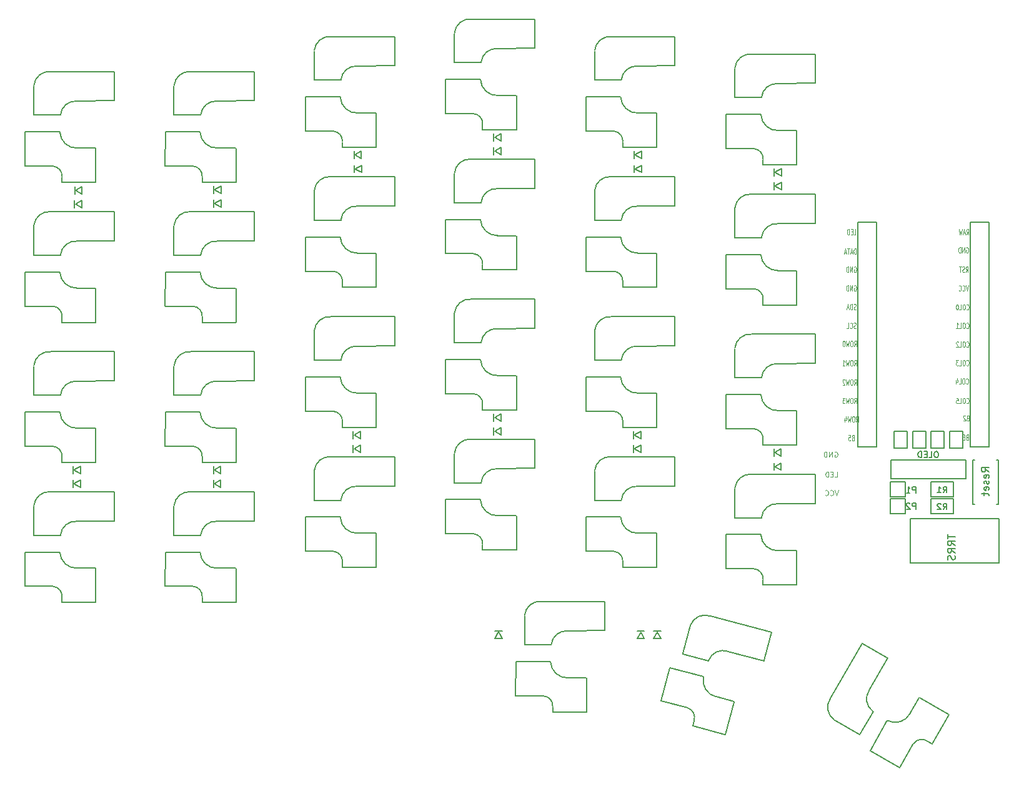
<source format=gbo>
G04 #@! TF.GenerationSoftware,KiCad,Pcbnew,(5.1.0)-1*
G04 #@! TF.CreationDate,2019-05-05T14:00:57-05:00*
G04 #@! TF.ProjectId,corne-chocolate,636f726e-652d-4636-986f-636f6c617465,2.1*
G04 #@! TF.SameCoordinates,Original*
G04 #@! TF.FileFunction,Legend,Bot*
G04 #@! TF.FilePolarity,Positive*
%FSLAX46Y46*%
G04 Gerber Fmt 4.6, Leading zero omitted, Abs format (unit mm)*
G04 Created by KiCad (PCBNEW (5.1.0)-1) date 2019-05-05 14:00:57*
%MOMM*%
%LPD*%
G04 APERTURE LIST*
%ADD10C,0.150000*%
%ADD11C,0.125000*%
G04 APERTURE END LIST*
D10*
X186280495Y-102854895D02*
X186125676Y-102854895D01*
X186048266Y-102893600D01*
X185970857Y-102971009D01*
X185932152Y-103125828D01*
X185932152Y-103396761D01*
X185970857Y-103551580D01*
X186048266Y-103628990D01*
X186125676Y-103667695D01*
X186280495Y-103667695D01*
X186357904Y-103628990D01*
X186435314Y-103551580D01*
X186474019Y-103396761D01*
X186474019Y-103125828D01*
X186435314Y-102971009D01*
X186357904Y-102893600D01*
X186280495Y-102854895D01*
X185196761Y-103667695D02*
X185583809Y-103667695D01*
X185583809Y-102854895D01*
X184925828Y-103241942D02*
X184654895Y-103241942D01*
X184538780Y-103667695D02*
X184925828Y-103667695D01*
X184925828Y-102854895D01*
X184538780Y-102854895D01*
X184190438Y-103667695D02*
X184190438Y-102854895D01*
X183996914Y-102854895D01*
X183880800Y-102893600D01*
X183803390Y-102971009D01*
X183764685Y-103048419D01*
X183725980Y-103203238D01*
X183725980Y-103319352D01*
X183764685Y-103474171D01*
X183803390Y-103551580D01*
X183880800Y-103628990D01*
X183996914Y-103667695D01*
X184190438Y-103667695D01*
D11*
X172450000Y-106316666D02*
X172783333Y-106316666D01*
X172783333Y-105616666D01*
X172216666Y-105950000D02*
X171983333Y-105950000D01*
X171883333Y-106316666D02*
X172216666Y-106316666D01*
X172216666Y-105616666D01*
X171883333Y-105616666D01*
X171583333Y-106316666D02*
X171583333Y-105616666D01*
X171416666Y-105616666D01*
X171316666Y-105650000D01*
X171250000Y-105716666D01*
X171216666Y-105783333D01*
X171183333Y-105916666D01*
X171183333Y-106016666D01*
X171216666Y-106150000D01*
X171250000Y-106216666D01*
X171316666Y-106283333D01*
X171416666Y-106316666D01*
X171583333Y-106316666D01*
X172933333Y-108116666D02*
X172700000Y-108816666D01*
X172466666Y-108116666D01*
X171833333Y-108750000D02*
X171866666Y-108783333D01*
X171966666Y-108816666D01*
X172033333Y-108816666D01*
X172133333Y-108783333D01*
X172200000Y-108716666D01*
X172233333Y-108650000D01*
X172266666Y-108516666D01*
X172266666Y-108416666D01*
X172233333Y-108283333D01*
X172200000Y-108216666D01*
X172133333Y-108150000D01*
X172033333Y-108116666D01*
X171966666Y-108116666D01*
X171866666Y-108150000D01*
X171833333Y-108183333D01*
X171133333Y-108750000D02*
X171166666Y-108783333D01*
X171266666Y-108816666D01*
X171333333Y-108816666D01*
X171433333Y-108783333D01*
X171500000Y-108716666D01*
X171533333Y-108650000D01*
X171566666Y-108516666D01*
X171566666Y-108416666D01*
X171533333Y-108283333D01*
X171500000Y-108216666D01*
X171433333Y-108150000D01*
X171333333Y-108116666D01*
X171266666Y-108116666D01*
X171166666Y-108150000D01*
X171133333Y-108183333D01*
X172433333Y-102950000D02*
X172500000Y-102916666D01*
X172600000Y-102916666D01*
X172700000Y-102950000D01*
X172766666Y-103016666D01*
X172800000Y-103083333D01*
X172833333Y-103216666D01*
X172833333Y-103316666D01*
X172800000Y-103450000D01*
X172766666Y-103516666D01*
X172700000Y-103583333D01*
X172600000Y-103616666D01*
X172533333Y-103616666D01*
X172433333Y-103583333D01*
X172400000Y-103550000D01*
X172400000Y-103316666D01*
X172533333Y-103316666D01*
X172100000Y-103616666D02*
X172100000Y-102916666D01*
X171700000Y-103616666D01*
X171700000Y-102916666D01*
X171366666Y-103616666D02*
X171366666Y-102916666D01*
X171200000Y-102916666D01*
X171100000Y-102950000D01*
X171033333Y-103016666D01*
X171000000Y-103083333D01*
X170966666Y-103216666D01*
X170966666Y-103316666D01*
X171000000Y-103450000D01*
X171033333Y-103516666D01*
X171100000Y-103583333D01*
X171200000Y-103616666D01*
X171366666Y-103616666D01*
D10*
X69538900Y-67411600D02*
X70438900Y-66911600D01*
X70438900Y-66911600D02*
X70438900Y-67911600D01*
X70438900Y-67911600D02*
X69538900Y-67411600D01*
X69438900Y-66911600D02*
X69438900Y-67911600D01*
X126346000Y-98247200D02*
X127246000Y-97747200D01*
X127246000Y-97747200D02*
X127246000Y-98747200D01*
X127246000Y-98747200D02*
X126346000Y-98247200D01*
X126246000Y-97747200D02*
X126246000Y-98747200D01*
X148363600Y-127350000D02*
X148863600Y-128250000D01*
X148863600Y-128250000D02*
X147863600Y-128250000D01*
X147863600Y-128250000D02*
X148363600Y-127350000D01*
X148863600Y-127250000D02*
X147863600Y-127250000D01*
X164344400Y-64973200D02*
X165244400Y-64473200D01*
X165244400Y-64473200D02*
X165244400Y-65473200D01*
X165244400Y-65473200D02*
X164344400Y-64973200D01*
X164244400Y-64473200D02*
X164244400Y-65473200D01*
X145345200Y-62636400D02*
X146245200Y-62136400D01*
X146245200Y-62136400D02*
X146245200Y-63136400D01*
X146245200Y-63136400D02*
X145345200Y-62636400D01*
X145245200Y-62136400D02*
X145245200Y-63136400D01*
X126346000Y-60248800D02*
X127246000Y-59748800D01*
X127246000Y-59748800D02*
X127246000Y-60748800D01*
X127246000Y-60748800D02*
X126346000Y-60248800D01*
X126246000Y-59748800D02*
X126246000Y-60748800D01*
X107397600Y-62636400D02*
X108297600Y-62136400D01*
X108297600Y-62136400D02*
X108297600Y-63136400D01*
X108297600Y-63136400D02*
X107397600Y-62636400D01*
X107297600Y-62136400D02*
X107297600Y-63136400D01*
X88373000Y-67360800D02*
X89273000Y-66860800D01*
X89273000Y-66860800D02*
X89273000Y-67860800D01*
X89273000Y-67860800D02*
X88373000Y-67360800D01*
X88273000Y-66860800D02*
X88273000Y-67860800D01*
X145345200Y-64516000D02*
X146245200Y-64016000D01*
X146245200Y-64016000D02*
X146245200Y-65016000D01*
X146245200Y-65016000D02*
X145345200Y-64516000D01*
X145245200Y-64016000D02*
X145245200Y-65016000D01*
X69526200Y-69265800D02*
X70426200Y-68765800D01*
X70426200Y-68765800D02*
X70426200Y-69765800D01*
X70426200Y-69765800D02*
X69526200Y-69265800D01*
X69426200Y-68765800D02*
X69426200Y-69765800D01*
X88373000Y-69227700D02*
X89273000Y-68727700D01*
X89273000Y-68727700D02*
X89273000Y-69727700D01*
X89273000Y-69727700D02*
X88373000Y-69227700D01*
X88273000Y-68727700D02*
X88273000Y-69727700D01*
X107400400Y-64516000D02*
X108300400Y-64016000D01*
X108300400Y-64016000D02*
X108300400Y-65016000D01*
X108300400Y-65016000D02*
X107400400Y-64516000D01*
X107300400Y-64016000D02*
X107300400Y-65016000D01*
X126346000Y-62128400D02*
X127246000Y-61628400D01*
X127246000Y-61628400D02*
X127246000Y-62628400D01*
X127246000Y-62628400D02*
X126346000Y-62128400D01*
X126246000Y-61628400D02*
X126246000Y-62628400D01*
X164344400Y-66852800D02*
X165244400Y-66352800D01*
X165244400Y-66352800D02*
X165244400Y-67352800D01*
X165244400Y-67352800D02*
X164344400Y-66852800D01*
X164244400Y-66352800D02*
X164244400Y-67352800D01*
X69345600Y-105359200D02*
X70245600Y-104859200D01*
X70245600Y-104859200D02*
X70245600Y-105859200D01*
X70245600Y-105859200D02*
X69345600Y-105359200D01*
X69245600Y-104859200D02*
X69245600Y-105859200D01*
X88347600Y-105359200D02*
X89247600Y-104859200D01*
X89247600Y-104859200D02*
X89247600Y-105859200D01*
X89247600Y-105859200D02*
X88347600Y-105359200D01*
X88247600Y-104859200D02*
X88247600Y-105859200D01*
X107296000Y-100634800D02*
X108196000Y-100134800D01*
X108196000Y-100134800D02*
X108196000Y-101134800D01*
X108196000Y-101134800D02*
X107296000Y-100634800D01*
X107196000Y-100134800D02*
X107196000Y-101134800D01*
X145294400Y-100634800D02*
X146194400Y-100134800D01*
X146194400Y-100134800D02*
X146194400Y-101134800D01*
X146194400Y-101134800D02*
X145294400Y-100634800D01*
X145194400Y-100134800D02*
X145194400Y-101134800D01*
X164293600Y-103022400D02*
X165193600Y-102522400D01*
X165193600Y-102522400D02*
X165193600Y-103522400D01*
X165193600Y-103522400D02*
X164293600Y-103022400D01*
X164193600Y-102522400D02*
X164193600Y-103522400D01*
X69348400Y-107238800D02*
X70248400Y-106738800D01*
X70248400Y-106738800D02*
X70248400Y-107738800D01*
X70248400Y-107738800D02*
X69348400Y-107238800D01*
X69248400Y-106738800D02*
X69248400Y-107738800D01*
X88347600Y-107238800D02*
X89247600Y-106738800D01*
X89247600Y-106738800D02*
X89247600Y-107738800D01*
X89247600Y-107738800D02*
X88347600Y-107238800D01*
X88247600Y-106738800D02*
X88247600Y-107738800D01*
X107296000Y-102514400D02*
X108196000Y-102014400D01*
X108196000Y-102014400D02*
X108196000Y-103014400D01*
X108196000Y-103014400D02*
X107296000Y-102514400D01*
X107196000Y-102014400D02*
X107196000Y-103014400D01*
X126346000Y-100126800D02*
X127246000Y-99626800D01*
X127246000Y-99626800D02*
X127246000Y-100626800D01*
X127246000Y-100626800D02*
X126346000Y-100126800D01*
X126246000Y-99626800D02*
X126246000Y-100626800D01*
X164293600Y-104902000D02*
X165193600Y-104402000D01*
X165193600Y-104402000D02*
X165193600Y-105402000D01*
X165193600Y-105402000D02*
X164293600Y-104902000D01*
X164193600Y-104402000D02*
X164193600Y-105402000D01*
X126898400Y-127308400D02*
X127398400Y-128208400D01*
X127398400Y-128208400D02*
X126398400Y-128208400D01*
X126398400Y-128208400D02*
X126898400Y-127308400D01*
X127398400Y-127208400D02*
X126398400Y-127208400D01*
X146151600Y-127350000D02*
X146651600Y-128250000D01*
X146651600Y-128250000D02*
X145651600Y-128250000D01*
X145651600Y-128250000D02*
X146151600Y-127350000D01*
X146651600Y-127250000D02*
X145651600Y-127250000D01*
X145294400Y-102514400D02*
X146194400Y-102014400D01*
X146194400Y-102014400D02*
X146194400Y-103014400D01*
X146194400Y-103014400D02*
X145294400Y-102514400D01*
X145194400Y-102014400D02*
X145194400Y-103014400D01*
X175840941Y-141270855D02*
X177645941Y-138144503D01*
X172416677Y-139293855D02*
X175833147Y-141266355D01*
X176174463Y-128877178D02*
X171861963Y-136346647D01*
X179558890Y-130831178D02*
X176174463Y-128877178D01*
X179598728Y-130854178D02*
X177113565Y-135250606D01*
X172361555Y-139249329D02*
G75*
G02X171861963Y-136346647I1201545J1701137D01*
G01*
X177627656Y-138128173D02*
G75*
G02X177129529Y-135230956I1199545J1697672D01*
G01*
X187927459Y-138578392D02*
X185652459Y-142518808D01*
X183900441Y-136253392D02*
X182625441Y-138461757D01*
X179570185Y-139353615D02*
X177220185Y-143423935D01*
X183134703Y-142479689D02*
X181247203Y-145748935D01*
X183934591Y-136244242D02*
X187918308Y-138544242D01*
X177241836Y-143436435D02*
X181213052Y-145758085D01*
X179594336Y-139361786D02*
G75*
G03X182658611Y-138394305I1048397J2015878D01*
G01*
X184978789Y-142135637D02*
G75*
G03X183139033Y-142482189I-746602J-1093154D01*
G01*
X185022091Y-142160638D02*
X185628308Y-142510638D01*
X139900000Y-71479000D02*
X143510000Y-71479000D01*
X139900000Y-67525000D02*
X139900000Y-71470000D01*
X150800000Y-65571000D02*
X142175000Y-65571000D01*
X150800000Y-69479000D02*
X150800000Y-65571000D01*
X150800000Y-69525000D02*
X145750000Y-69571000D01*
X139911000Y-67455000D02*
G75*
G02X142175000Y-65571000I2074000J-190000D01*
G01*
X143515000Y-71455000D02*
G75*
G02X145775000Y-69575000I2070000J-190000D01*
G01*
X148275000Y-80600000D02*
X143725000Y-80600000D01*
X148275000Y-75950000D02*
X145725000Y-75950000D01*
X143425000Y-73750000D02*
X138725000Y-73750000D01*
X142500000Y-78400000D02*
X138725000Y-78400000D01*
X148300000Y-75975000D02*
X148300000Y-80575000D01*
X138725000Y-73775000D02*
X138700000Y-78375000D01*
X143430000Y-73775000D02*
G75*
G03X145800000Y-75945000I2270000J100000D01*
G01*
X143720000Y-79825000D02*
G75*
G03X142500000Y-78405000I-1320000J100000D01*
G01*
X143720000Y-79875000D02*
X143720000Y-80575000D01*
X120900000Y-69104000D02*
X124510000Y-69104000D01*
X120900000Y-65150000D02*
X120900000Y-69095000D01*
X131800000Y-63196000D02*
X123175000Y-63196000D01*
X131800000Y-67104000D02*
X131800000Y-63196000D01*
X131800000Y-67150000D02*
X126750000Y-67196000D01*
X120911000Y-65080000D02*
G75*
G02X123175000Y-63196000I2074000J-190000D01*
G01*
X124515000Y-69080000D02*
G75*
G02X126775000Y-67200000I2070000J-190000D01*
G01*
X129275000Y-78225000D02*
X124725000Y-78225000D01*
X129275000Y-73575000D02*
X126725000Y-73575000D01*
X124425000Y-71375000D02*
X119725000Y-71375000D01*
X123500000Y-76025000D02*
X119725000Y-76025000D01*
X129300000Y-73600000D02*
X129300000Y-78200000D01*
X119725000Y-71400000D02*
X119700000Y-76000000D01*
X124430000Y-71400000D02*
G75*
G03X126800000Y-73570000I2270000J100000D01*
G01*
X124720000Y-77450000D02*
G75*
G03X123500000Y-76030000I-1320000J100000D01*
G01*
X124720000Y-77500000D02*
X124720000Y-78200000D01*
X158900000Y-54854000D02*
X162510000Y-54854000D01*
X158900000Y-50900000D02*
X158900000Y-54845000D01*
X169800000Y-48946000D02*
X161175000Y-48946000D01*
X169800000Y-52854000D02*
X169800000Y-48946000D01*
X169800000Y-52900000D02*
X164750000Y-52946000D01*
X158911000Y-50830000D02*
G75*
G02X161175000Y-48946000I2074000J-190000D01*
G01*
X162515000Y-54830000D02*
G75*
G02X164775000Y-52950000I2070000J-190000D01*
G01*
X167275000Y-63975000D02*
X162725000Y-63975000D01*
X167275000Y-59325000D02*
X164725000Y-59325000D01*
X162425000Y-57125000D02*
X157725000Y-57125000D01*
X161500000Y-61775000D02*
X157725000Y-61775000D01*
X167300000Y-59350000D02*
X167300000Y-63950000D01*
X157725000Y-57150000D02*
X157700000Y-61750000D01*
X162430000Y-57150000D02*
G75*
G03X164800000Y-59320000I2270000J100000D01*
G01*
X162720000Y-63200000D02*
G75*
G03X161500000Y-61780000I-1320000J100000D01*
G01*
X162720000Y-63250000D02*
X162720000Y-63950000D01*
X139900000Y-52479000D02*
X143510000Y-52479000D01*
X139900000Y-48525000D02*
X139900000Y-52470000D01*
X150800000Y-46571000D02*
X142175000Y-46571000D01*
X150800000Y-50479000D02*
X150800000Y-46571000D01*
X150800000Y-50525000D02*
X145750000Y-50571000D01*
X139911000Y-48455000D02*
G75*
G02X142175000Y-46571000I2074000J-190000D01*
G01*
X143515000Y-52455000D02*
G75*
G02X145775000Y-50575000I2070000J-190000D01*
G01*
X148275000Y-61600000D02*
X143725000Y-61600000D01*
X148275000Y-56950000D02*
X145725000Y-56950000D01*
X143425000Y-54750000D02*
X138725000Y-54750000D01*
X142500000Y-59400000D02*
X138725000Y-59400000D01*
X148300000Y-56975000D02*
X148300000Y-61575000D01*
X138725000Y-54775000D02*
X138700000Y-59375000D01*
X143430000Y-54775000D02*
G75*
G03X145800000Y-56945000I2270000J100000D01*
G01*
X143720000Y-60825000D02*
G75*
G03X142500000Y-59405000I-1320000J100000D01*
G01*
X143720000Y-60875000D02*
X143720000Y-61575000D01*
X120900000Y-50104000D02*
X124510000Y-50104000D01*
X120900000Y-46150000D02*
X120900000Y-50095000D01*
X131800000Y-44196000D02*
X123175000Y-44196000D01*
X131800000Y-48104000D02*
X131800000Y-44196000D01*
X131800000Y-48150000D02*
X126750000Y-48196000D01*
X120911000Y-46080000D02*
G75*
G02X123175000Y-44196000I2074000J-190000D01*
G01*
X124515000Y-50080000D02*
G75*
G02X126775000Y-48200000I2070000J-190000D01*
G01*
X129275000Y-59225000D02*
X124725000Y-59225000D01*
X129275000Y-54575000D02*
X126725000Y-54575000D01*
X124425000Y-52375000D02*
X119725000Y-52375000D01*
X123500000Y-57025000D02*
X119725000Y-57025000D01*
X129300000Y-54600000D02*
X129300000Y-59200000D01*
X119725000Y-52400000D02*
X119700000Y-57000000D01*
X124430000Y-52400000D02*
G75*
G03X126800000Y-54570000I2270000J100000D01*
G01*
X124720000Y-58450000D02*
G75*
G03X123500000Y-57030000I-1320000J100000D01*
G01*
X124720000Y-58500000D02*
X124720000Y-59200000D01*
X101900000Y-52479000D02*
X105510000Y-52479000D01*
X101900000Y-48525000D02*
X101900000Y-52470000D01*
X112800000Y-46571000D02*
X104175000Y-46571000D01*
X112800000Y-50479000D02*
X112800000Y-46571000D01*
X112800000Y-50525000D02*
X107750000Y-50571000D01*
X101911000Y-48455000D02*
G75*
G02X104175000Y-46571000I2074000J-190000D01*
G01*
X105515000Y-52455000D02*
G75*
G02X107775000Y-50575000I2070000J-190000D01*
G01*
X110275000Y-61600000D02*
X105725000Y-61600000D01*
X110275000Y-56950000D02*
X107725000Y-56950000D01*
X105425000Y-54750000D02*
X100725000Y-54750000D01*
X104500000Y-59400000D02*
X100725000Y-59400000D01*
X110300000Y-56975000D02*
X110300000Y-61575000D01*
X100725000Y-54775000D02*
X100700000Y-59375000D01*
X105430000Y-54775000D02*
G75*
G03X107800000Y-56945000I2270000J100000D01*
G01*
X105720000Y-60825000D02*
G75*
G03X104500000Y-59405000I-1320000J100000D01*
G01*
X105720000Y-60875000D02*
X105720000Y-61575000D01*
X82900000Y-57229000D02*
X86510000Y-57229000D01*
X82900000Y-53275000D02*
X82900000Y-57220000D01*
X93800000Y-51321000D02*
X85175000Y-51321000D01*
X93800000Y-55229000D02*
X93800000Y-51321000D01*
X93800000Y-55275000D02*
X88750000Y-55321000D01*
X82911000Y-53205000D02*
G75*
G02X85175000Y-51321000I2074000J-190000D01*
G01*
X86515000Y-57205000D02*
G75*
G02X88775000Y-55325000I2070000J-190000D01*
G01*
X91275000Y-66350000D02*
X86725000Y-66350000D01*
X91275000Y-61700000D02*
X88725000Y-61700000D01*
X86425000Y-59500000D02*
X81725000Y-59500000D01*
X85500000Y-64150000D02*
X81725000Y-64150000D01*
X91300000Y-61725000D02*
X91300000Y-66325000D01*
X81725000Y-59525000D02*
X81700000Y-64125000D01*
X86430000Y-59525000D02*
G75*
G03X88800000Y-61695000I2270000J100000D01*
G01*
X86720000Y-65575000D02*
G75*
G03X85500000Y-64155000I-1320000J100000D01*
G01*
X86720000Y-65625000D02*
X86720000Y-66325000D01*
X63900000Y-57229000D02*
X67510000Y-57229000D01*
X63900000Y-53275000D02*
X63900000Y-57220000D01*
X74800000Y-51321000D02*
X66175000Y-51321000D01*
X74800000Y-55229000D02*
X74800000Y-51321000D01*
X74800000Y-55275000D02*
X69750000Y-55321000D01*
X63911000Y-53205000D02*
G75*
G02X66175000Y-51321000I2074000J-190000D01*
G01*
X67515000Y-57205000D02*
G75*
G02X69775000Y-55325000I2070000J-190000D01*
G01*
X72275000Y-66350000D02*
X67725000Y-66350000D01*
X72275000Y-61700000D02*
X69725000Y-61700000D01*
X67425000Y-59500000D02*
X62725000Y-59500000D01*
X66500000Y-64150000D02*
X62725000Y-64150000D01*
X72300000Y-61725000D02*
X72300000Y-66325000D01*
X62725000Y-59525000D02*
X62700000Y-64125000D01*
X67430000Y-59525000D02*
G75*
G03X69800000Y-61695000I2270000J100000D01*
G01*
X67720000Y-65575000D02*
G75*
G03X66500000Y-64155000I-1320000J100000D01*
G01*
X67720000Y-65625000D02*
X67720000Y-66325000D01*
X63900000Y-76229000D02*
X67510000Y-76229000D01*
X63900000Y-72275000D02*
X63900000Y-76220000D01*
X74800000Y-70321000D02*
X66175000Y-70321000D01*
X74800000Y-74229000D02*
X74800000Y-70321000D01*
X74800000Y-74275000D02*
X69750000Y-74321000D01*
X63911000Y-72205000D02*
G75*
G02X66175000Y-70321000I2074000J-190000D01*
G01*
X67515000Y-76205000D02*
G75*
G02X69775000Y-74325000I2070000J-190000D01*
G01*
X72275000Y-85350000D02*
X67725000Y-85350000D01*
X72275000Y-80700000D02*
X69725000Y-80700000D01*
X67425000Y-78500000D02*
X62725000Y-78500000D01*
X66500000Y-83150000D02*
X62725000Y-83150000D01*
X72300000Y-80725000D02*
X72300000Y-85325000D01*
X62725000Y-78525000D02*
X62700000Y-83125000D01*
X67430000Y-78525000D02*
G75*
G03X69800000Y-80695000I2270000J100000D01*
G01*
X67720000Y-84575000D02*
G75*
G03X66500000Y-83155000I-1320000J100000D01*
G01*
X67720000Y-84625000D02*
X67720000Y-85325000D01*
X151839754Y-130305734D02*
X155326747Y-131240071D01*
X152863125Y-126486464D02*
X151842084Y-130297041D01*
X163897449Y-127420172D02*
X155566338Y-125187858D01*
X162885984Y-131195010D02*
X163897449Y-127420172D01*
X162874078Y-131239443D02*
X157984247Y-129976839D01*
X152891868Y-126421696D02*
G75*
G02X155566338Y-125187858I1954154J-720316D01*
G01*
X155337788Y-131218183D02*
G75*
G02X158007360Y-129987173I1950291J-719281D01*
G01*
X157568695Y-141283553D02*
X153173732Y-140105927D01*
X158772203Y-136791998D02*
X156309092Y-136132010D01*
X154656865Y-133411689D02*
X150117013Y-132195239D01*
X152559875Y-137663836D02*
X148913505Y-136686795D01*
X158789881Y-136822617D02*
X157599313Y-141265876D01*
X150110543Y-132219388D02*
X148895827Y-136656176D01*
X154655224Y-133437132D02*
G75*
G03X156382831Y-136146591I2218533J-490926D01*
G01*
X153369487Y-139356040D02*
G75*
G03X152558581Y-137668666I-1249140J438234D01*
G01*
X153356546Y-139404336D02*
X153175373Y-140080484D01*
X139900000Y-90479000D02*
X143510000Y-90479000D01*
X139900000Y-86525000D02*
X139900000Y-90470000D01*
X150800000Y-84571000D02*
X142175000Y-84571000D01*
X150800000Y-88479000D02*
X150800000Y-84571000D01*
X150800000Y-88525000D02*
X145750000Y-88571000D01*
X139911000Y-86455000D02*
G75*
G02X142175000Y-84571000I2074000J-190000D01*
G01*
X143515000Y-90455000D02*
G75*
G02X145775000Y-88575000I2070000J-190000D01*
G01*
X148275000Y-99600000D02*
X143725000Y-99600000D01*
X148275000Y-94950000D02*
X145725000Y-94950000D01*
X143425000Y-92750000D02*
X138725000Y-92750000D01*
X142500000Y-97400000D02*
X138725000Y-97400000D01*
X148300000Y-94975000D02*
X148300000Y-99575000D01*
X138725000Y-92775000D02*
X138700000Y-97375000D01*
X143430000Y-92775000D02*
G75*
G03X145800000Y-94945000I2270000J100000D01*
G01*
X143720000Y-98825000D02*
G75*
G03X142500000Y-97405000I-1320000J100000D01*
G01*
X143720000Y-98875000D02*
X143720000Y-99575000D01*
X158900000Y-111854000D02*
X162510000Y-111854000D01*
X158900000Y-107900000D02*
X158900000Y-111845000D01*
X169800000Y-105946000D02*
X161175000Y-105946000D01*
X169800000Y-109854000D02*
X169800000Y-105946000D01*
X169800000Y-109900000D02*
X164750000Y-109946000D01*
X158911000Y-107830000D02*
G75*
G02X161175000Y-105946000I2074000J-190000D01*
G01*
X162515000Y-111830000D02*
G75*
G02X164775000Y-109950000I2070000J-190000D01*
G01*
X167275000Y-120975000D02*
X162725000Y-120975000D01*
X167275000Y-116325000D02*
X164725000Y-116325000D01*
X162425000Y-114125000D02*
X157725000Y-114125000D01*
X161500000Y-118775000D02*
X157725000Y-118775000D01*
X167300000Y-116350000D02*
X167300000Y-120950000D01*
X157725000Y-114150000D02*
X157700000Y-118750000D01*
X162430000Y-114150000D02*
G75*
G03X164800000Y-116320000I2270000J100000D01*
G01*
X162720000Y-120200000D02*
G75*
G03X161500000Y-118780000I-1320000J100000D01*
G01*
X162720000Y-120250000D02*
X162720000Y-120950000D01*
X158900000Y-92854000D02*
X162510000Y-92854000D01*
X158900000Y-88900000D02*
X158900000Y-92845000D01*
X169800000Y-86946000D02*
X161175000Y-86946000D01*
X169800000Y-90854000D02*
X169800000Y-86946000D01*
X169800000Y-90900000D02*
X164750000Y-90946000D01*
X158911000Y-88830000D02*
G75*
G02X161175000Y-86946000I2074000J-190000D01*
G01*
X162515000Y-92830000D02*
G75*
G02X164775000Y-90950000I2070000J-190000D01*
G01*
X167275000Y-101975000D02*
X162725000Y-101975000D01*
X167275000Y-97325000D02*
X164725000Y-97325000D01*
X162425000Y-95125000D02*
X157725000Y-95125000D01*
X161500000Y-99775000D02*
X157725000Y-99775000D01*
X167300000Y-97350000D02*
X167300000Y-101950000D01*
X157725000Y-95150000D02*
X157700000Y-99750000D01*
X162430000Y-95150000D02*
G75*
G03X164800000Y-97320000I2270000J100000D01*
G01*
X162720000Y-101200000D02*
G75*
G03X161500000Y-99780000I-1320000J100000D01*
G01*
X162720000Y-101250000D02*
X162720000Y-101950000D01*
X158900000Y-73854000D02*
X162510000Y-73854000D01*
X158900000Y-69900000D02*
X158900000Y-73845000D01*
X169800000Y-67946000D02*
X161175000Y-67946000D01*
X169800000Y-71854000D02*
X169800000Y-67946000D01*
X169800000Y-71900000D02*
X164750000Y-71946000D01*
X158911000Y-69830000D02*
G75*
G02X161175000Y-67946000I2074000J-190000D01*
G01*
X162515000Y-73830000D02*
G75*
G02X164775000Y-71950000I2070000J-190000D01*
G01*
X167275000Y-82975000D02*
X162725000Y-82975000D01*
X167275000Y-78325000D02*
X164725000Y-78325000D01*
X162425000Y-76125000D02*
X157725000Y-76125000D01*
X161500000Y-80775000D02*
X157725000Y-80775000D01*
X167300000Y-78350000D02*
X167300000Y-82950000D01*
X157725000Y-76150000D02*
X157700000Y-80750000D01*
X162430000Y-76150000D02*
G75*
G03X164800000Y-78320000I2270000J100000D01*
G01*
X162720000Y-82200000D02*
G75*
G03X161500000Y-80780000I-1320000J100000D01*
G01*
X162720000Y-82250000D02*
X162720000Y-82950000D01*
X101900000Y-109479000D02*
X105510000Y-109479000D01*
X101900000Y-105525000D02*
X101900000Y-109470000D01*
X112800000Y-103571000D02*
X104175000Y-103571000D01*
X112800000Y-107479000D02*
X112800000Y-103571000D01*
X112800000Y-107525000D02*
X107750000Y-107571000D01*
X101911000Y-105455000D02*
G75*
G02X104175000Y-103571000I2074000J-190000D01*
G01*
X105515000Y-109455000D02*
G75*
G02X107775000Y-107575000I2070000J-190000D01*
G01*
X110275000Y-118600000D02*
X105725000Y-118600000D01*
X110275000Y-113950000D02*
X107725000Y-113950000D01*
X105425000Y-111750000D02*
X100725000Y-111750000D01*
X104500000Y-116400000D02*
X100725000Y-116400000D01*
X110300000Y-113975000D02*
X110300000Y-118575000D01*
X100725000Y-111775000D02*
X100700000Y-116375000D01*
X105430000Y-111775000D02*
G75*
G03X107800000Y-113945000I2270000J100000D01*
G01*
X105720000Y-117825000D02*
G75*
G03X104500000Y-116405000I-1320000J100000D01*
G01*
X105720000Y-117875000D02*
X105720000Y-118575000D01*
X120900000Y-88104000D02*
X124510000Y-88104000D01*
X120900000Y-84150000D02*
X120900000Y-88095000D01*
X131800000Y-82196000D02*
X123175000Y-82196000D01*
X131800000Y-86104000D02*
X131800000Y-82196000D01*
X131800000Y-86150000D02*
X126750000Y-86196000D01*
X120911000Y-84080000D02*
G75*
G02X123175000Y-82196000I2074000J-190000D01*
G01*
X124515000Y-88080000D02*
G75*
G02X126775000Y-86200000I2070000J-190000D01*
G01*
X129275000Y-97225000D02*
X124725000Y-97225000D01*
X129275000Y-92575000D02*
X126725000Y-92575000D01*
X124425000Y-90375000D02*
X119725000Y-90375000D01*
X123500000Y-95025000D02*
X119725000Y-95025000D01*
X129300000Y-92600000D02*
X129300000Y-97200000D01*
X119725000Y-90400000D02*
X119700000Y-95000000D01*
X124430000Y-90400000D02*
G75*
G03X126800000Y-92570000I2270000J100000D01*
G01*
X124720000Y-96450000D02*
G75*
G03X123500000Y-95030000I-1320000J100000D01*
G01*
X124720000Y-96500000D02*
X124720000Y-97200000D01*
X101900000Y-71479000D02*
X105510000Y-71479000D01*
X101900000Y-67525000D02*
X101900000Y-71470000D01*
X112800000Y-65571000D02*
X104175000Y-65571000D01*
X112800000Y-69479000D02*
X112800000Y-65571000D01*
X112800000Y-69525000D02*
X107750000Y-69571000D01*
X101911000Y-67455000D02*
G75*
G02X104175000Y-65571000I2074000J-190000D01*
G01*
X105515000Y-71455000D02*
G75*
G02X107775000Y-69575000I2070000J-190000D01*
G01*
X110275000Y-80600000D02*
X105725000Y-80600000D01*
X110275000Y-75950000D02*
X107725000Y-75950000D01*
X105425000Y-73750000D02*
X100725000Y-73750000D01*
X104500000Y-78400000D02*
X100725000Y-78400000D01*
X110300000Y-75975000D02*
X110300000Y-80575000D01*
X100725000Y-73775000D02*
X100700000Y-78375000D01*
X105430000Y-73775000D02*
G75*
G03X107800000Y-75945000I2270000J100000D01*
G01*
X105720000Y-79825000D02*
G75*
G03X104500000Y-78405000I-1320000J100000D01*
G01*
X105720000Y-79875000D02*
X105720000Y-80575000D01*
X82900000Y-114229000D02*
X86510000Y-114229000D01*
X82900000Y-110275000D02*
X82900000Y-114220000D01*
X93800000Y-108321000D02*
X85175000Y-108321000D01*
X93800000Y-112229000D02*
X93800000Y-108321000D01*
X93800000Y-112275000D02*
X88750000Y-112321000D01*
X82911000Y-110205000D02*
G75*
G02X85175000Y-108321000I2074000J-190000D01*
G01*
X86515000Y-114205000D02*
G75*
G02X88775000Y-112325000I2070000J-190000D01*
G01*
X91275000Y-123350000D02*
X86725000Y-123350000D01*
X91275000Y-118700000D02*
X88725000Y-118700000D01*
X86425000Y-116500000D02*
X81725000Y-116500000D01*
X85500000Y-121150000D02*
X81725000Y-121150000D01*
X91300000Y-118725000D02*
X91300000Y-123325000D01*
X81725000Y-116525000D02*
X81700000Y-121125000D01*
X86430000Y-116525000D02*
G75*
G03X88800000Y-118695000I2270000J100000D01*
G01*
X86720000Y-122575000D02*
G75*
G03X85500000Y-121155000I-1320000J100000D01*
G01*
X86720000Y-122625000D02*
X86720000Y-123325000D01*
X82900000Y-76229000D02*
X86510000Y-76229000D01*
X82900000Y-72275000D02*
X82900000Y-76220000D01*
X93800000Y-70321000D02*
X85175000Y-70321000D01*
X93800000Y-74229000D02*
X93800000Y-70321000D01*
X93800000Y-74275000D02*
X88750000Y-74321000D01*
X82911000Y-72205000D02*
G75*
G02X85175000Y-70321000I2074000J-190000D01*
G01*
X86515000Y-76205000D02*
G75*
G02X88775000Y-74325000I2070000J-190000D01*
G01*
X91275000Y-85350000D02*
X86725000Y-85350000D01*
X91275000Y-80700000D02*
X88725000Y-80700000D01*
X86425000Y-78500000D02*
X81725000Y-78500000D01*
X85500000Y-83150000D02*
X81725000Y-83150000D01*
X91300000Y-80725000D02*
X91300000Y-85325000D01*
X81725000Y-78525000D02*
X81700000Y-83125000D01*
X86430000Y-78525000D02*
G75*
G03X88800000Y-80695000I2270000J100000D01*
G01*
X86720000Y-84575000D02*
G75*
G03X85500000Y-83155000I-1320000J100000D01*
G01*
X86720000Y-84625000D02*
X86720000Y-85325000D01*
X139900000Y-109479000D02*
X143510000Y-109479000D01*
X139900000Y-105525000D02*
X139900000Y-109470000D01*
X150800000Y-103571000D02*
X142175000Y-103571000D01*
X150800000Y-107479000D02*
X150800000Y-103571000D01*
X150800000Y-107525000D02*
X145750000Y-107571000D01*
X139911000Y-105455000D02*
G75*
G02X142175000Y-103571000I2074000J-190000D01*
G01*
X143515000Y-109455000D02*
G75*
G02X145775000Y-107575000I2070000J-190000D01*
G01*
X148275000Y-118600000D02*
X143725000Y-118600000D01*
X148275000Y-113950000D02*
X145725000Y-113950000D01*
X143425000Y-111750000D02*
X138725000Y-111750000D01*
X142500000Y-116400000D02*
X138725000Y-116400000D01*
X148300000Y-113975000D02*
X148300000Y-118575000D01*
X138725000Y-111775000D02*
X138700000Y-116375000D01*
X143430000Y-111775000D02*
G75*
G03X145800000Y-113945000I2270000J100000D01*
G01*
X143720000Y-117825000D02*
G75*
G03X142500000Y-116405000I-1320000J100000D01*
G01*
X143720000Y-117875000D02*
X143720000Y-118575000D01*
X120900000Y-107104000D02*
X124510000Y-107104000D01*
X120900000Y-103150000D02*
X120900000Y-107095000D01*
X131800000Y-101196000D02*
X123175000Y-101196000D01*
X131800000Y-105104000D02*
X131800000Y-101196000D01*
X131800000Y-105150000D02*
X126750000Y-105196000D01*
X120911000Y-103080000D02*
G75*
G02X123175000Y-101196000I2074000J-190000D01*
G01*
X124515000Y-107080000D02*
G75*
G02X126775000Y-105200000I2070000J-190000D01*
G01*
X129275000Y-116225000D02*
X124725000Y-116225000D01*
X129275000Y-111575000D02*
X126725000Y-111575000D01*
X124425000Y-109375000D02*
X119725000Y-109375000D01*
X123500000Y-114025000D02*
X119725000Y-114025000D01*
X129300000Y-111600000D02*
X129300000Y-116200000D01*
X119725000Y-109400000D02*
X119700000Y-114000000D01*
X124430000Y-109400000D02*
G75*
G03X126800000Y-111570000I2270000J100000D01*
G01*
X124720000Y-115450000D02*
G75*
G03X123500000Y-114030000I-1320000J100000D01*
G01*
X124720000Y-115500000D02*
X124720000Y-116200000D01*
X130400000Y-129104000D02*
X134010000Y-129104000D01*
X130400000Y-125150000D02*
X130400000Y-129095000D01*
X141300000Y-123196000D02*
X132675000Y-123196000D01*
X141300000Y-127104000D02*
X141300000Y-123196000D01*
X141300000Y-127150000D02*
X136250000Y-127196000D01*
X130411000Y-125080000D02*
G75*
G02X132675000Y-123196000I2074000J-190000D01*
G01*
X134015000Y-129080000D02*
G75*
G02X136275000Y-127200000I2070000J-190000D01*
G01*
X138775000Y-138225000D02*
X134225000Y-138225000D01*
X138775000Y-133575000D02*
X136225000Y-133575000D01*
X133925000Y-131375000D02*
X129225000Y-131375000D01*
X133000000Y-136025000D02*
X129225000Y-136025000D01*
X138800000Y-133600000D02*
X138800000Y-138200000D01*
X129225000Y-131400000D02*
X129200000Y-136000000D01*
X133930000Y-131400000D02*
G75*
G03X136300000Y-133570000I2270000J100000D01*
G01*
X134220000Y-137450000D02*
G75*
G03X133000000Y-136030000I-1320000J100000D01*
G01*
X134220000Y-137500000D02*
X134220000Y-138200000D01*
X63900000Y-114229000D02*
X67510000Y-114229000D01*
X63900000Y-110275000D02*
X63900000Y-114220000D01*
X74800000Y-108321000D02*
X66175000Y-108321000D01*
X74800000Y-112229000D02*
X74800000Y-108321000D01*
X74800000Y-112275000D02*
X69750000Y-112321000D01*
X63911000Y-110205000D02*
G75*
G02X66175000Y-108321000I2074000J-190000D01*
G01*
X67515000Y-114205000D02*
G75*
G02X69775000Y-112325000I2070000J-190000D01*
G01*
X72275000Y-123350000D02*
X67725000Y-123350000D01*
X72275000Y-118700000D02*
X69725000Y-118700000D01*
X67425000Y-116500000D02*
X62725000Y-116500000D01*
X66500000Y-121150000D02*
X62725000Y-121150000D01*
X72300000Y-118725000D02*
X72300000Y-123325000D01*
X62725000Y-116525000D02*
X62700000Y-121125000D01*
X67430000Y-116525000D02*
G75*
G03X69800000Y-118695000I2270000J100000D01*
G01*
X67720000Y-122575000D02*
G75*
G03X66500000Y-121155000I-1320000J100000D01*
G01*
X67720000Y-122625000D02*
X67720000Y-123325000D01*
X101900000Y-90479000D02*
X105510000Y-90479000D01*
X101900000Y-86525000D02*
X101900000Y-90470000D01*
X112800000Y-84571000D02*
X104175000Y-84571000D01*
X112800000Y-88479000D02*
X112800000Y-84571000D01*
X112800000Y-88525000D02*
X107750000Y-88571000D01*
X101911000Y-86455000D02*
G75*
G02X104175000Y-84571000I2074000J-190000D01*
G01*
X105515000Y-90455000D02*
G75*
G02X107775000Y-88575000I2070000J-190000D01*
G01*
X110275000Y-99600000D02*
X105725000Y-99600000D01*
X110275000Y-94950000D02*
X107725000Y-94950000D01*
X105425000Y-92750000D02*
X100725000Y-92750000D01*
X104500000Y-97400000D02*
X100725000Y-97400000D01*
X110300000Y-94975000D02*
X110300000Y-99575000D01*
X100725000Y-92775000D02*
X100700000Y-97375000D01*
X105430000Y-92775000D02*
G75*
G03X107800000Y-94945000I2270000J100000D01*
G01*
X105720000Y-98825000D02*
G75*
G03X104500000Y-97405000I-1320000J100000D01*
G01*
X105720000Y-98875000D02*
X105720000Y-99575000D01*
X82900000Y-95229000D02*
X86510000Y-95229000D01*
X82900000Y-91275000D02*
X82900000Y-95220000D01*
X93800000Y-89321000D02*
X85175000Y-89321000D01*
X93800000Y-93229000D02*
X93800000Y-89321000D01*
X93800000Y-93275000D02*
X88750000Y-93321000D01*
X82911000Y-91205000D02*
G75*
G02X85175000Y-89321000I2074000J-190000D01*
G01*
X86515000Y-95205000D02*
G75*
G02X88775000Y-93325000I2070000J-190000D01*
G01*
X91275000Y-104350000D02*
X86725000Y-104350000D01*
X91275000Y-99700000D02*
X88725000Y-99700000D01*
X86425000Y-97500000D02*
X81725000Y-97500000D01*
X85500000Y-102150000D02*
X81725000Y-102150000D01*
X91300000Y-99725000D02*
X91300000Y-104325000D01*
X81725000Y-97525000D02*
X81700000Y-102125000D01*
X86430000Y-97525000D02*
G75*
G03X88800000Y-99695000I2270000J100000D01*
G01*
X86720000Y-103575000D02*
G75*
G03X85500000Y-102155000I-1320000J100000D01*
G01*
X86720000Y-103625000D02*
X86720000Y-104325000D01*
X63900000Y-95229000D02*
X67510000Y-95229000D01*
X63900000Y-91275000D02*
X63900000Y-95220000D01*
X74800000Y-89321000D02*
X66175000Y-89321000D01*
X74800000Y-93229000D02*
X74800000Y-89321000D01*
X74800000Y-93275000D02*
X69750000Y-93321000D01*
X63911000Y-91205000D02*
G75*
G02X66175000Y-89321000I2074000J-190000D01*
G01*
X67515000Y-95205000D02*
G75*
G02X69775000Y-93325000I2070000J-190000D01*
G01*
X72275000Y-104350000D02*
X67725000Y-104350000D01*
X72275000Y-99700000D02*
X69725000Y-99700000D01*
X67425000Y-97500000D02*
X62725000Y-97500000D01*
X66500000Y-102150000D02*
X62725000Y-102150000D01*
X72300000Y-99725000D02*
X72300000Y-104325000D01*
X62725000Y-97525000D02*
X62700000Y-102125000D01*
X67430000Y-97525000D02*
G75*
G03X69800000Y-99695000I2270000J100000D01*
G01*
X67720000Y-103575000D02*
G75*
G03X66500000Y-102155000I-1320000J100000D01*
G01*
X67720000Y-103625000D02*
X67720000Y-104325000D01*
X182700000Y-111950000D02*
X194700000Y-111950000D01*
X182700000Y-117950000D02*
X182700000Y-111950000D01*
X194700000Y-117950000D02*
X182700000Y-117950000D01*
X194700000Y-111950000D02*
X194700000Y-117950000D01*
X175590000Y-102252000D02*
X175590000Y-71772000D01*
X178130000Y-102252000D02*
X175590000Y-102252000D01*
X178130000Y-71772000D02*
X178130000Y-102252000D01*
X175590000Y-71772000D02*
X178130000Y-71772000D01*
X190830000Y-102252000D02*
X190830000Y-71772000D01*
X193370000Y-102252000D02*
X190830000Y-102252000D01*
X193370000Y-71772000D02*
X193370000Y-102252000D01*
X190830000Y-71772000D02*
X193370000Y-71772000D01*
X188500000Y-109000000D02*
X185500000Y-109000000D01*
X185500000Y-109000000D02*
X185500000Y-107000000D01*
X185500000Y-107000000D02*
X188500000Y-107000000D01*
X188500000Y-107000000D02*
X188500000Y-109000000D01*
X188500000Y-111300000D02*
X185500000Y-111300000D01*
X185500000Y-111300000D02*
X185500000Y-109300000D01*
X185500000Y-109300000D02*
X188500000Y-109300000D01*
X188500000Y-109300000D02*
X188500000Y-111300000D01*
X187986000Y-100107000D02*
X187986000Y-102393000D01*
X187986000Y-102393000D02*
X189764000Y-102393000D01*
X189764000Y-102393000D02*
X189764000Y-100107000D01*
X189764000Y-100107000D02*
X187986000Y-100107000D01*
X185486000Y-100107000D02*
X185486000Y-102393000D01*
X185486000Y-102393000D02*
X187264000Y-102393000D01*
X187264000Y-102393000D02*
X187264000Y-100107000D01*
X187264000Y-100107000D02*
X185486000Y-100107000D01*
X182986000Y-100107000D02*
X182986000Y-102393000D01*
X182986000Y-102393000D02*
X184764000Y-102393000D01*
X184764000Y-102393000D02*
X184764000Y-100107000D01*
X184764000Y-100107000D02*
X182986000Y-100107000D01*
X180486000Y-100107000D02*
X180486000Y-102393000D01*
X180486000Y-102393000D02*
X182264000Y-102393000D01*
X182264000Y-102393000D02*
X182264000Y-100107000D01*
X182264000Y-100107000D02*
X180486000Y-100107000D01*
X180030000Y-104030000D02*
X190190000Y-104030000D01*
X190190000Y-104030000D02*
X190190000Y-106570000D01*
X190190000Y-106570000D02*
X180030000Y-106570000D01*
X180030000Y-106570000D02*
X180030000Y-104030000D01*
X180000000Y-107000000D02*
X182000000Y-107000000D01*
X182000000Y-107000000D02*
X182000000Y-109000000D01*
X182000000Y-109000000D02*
X180000000Y-109000000D01*
X180000000Y-109000000D02*
X180000000Y-107000000D01*
X180000000Y-109300000D02*
X182000000Y-109300000D01*
X182000000Y-109300000D02*
X182000000Y-111300000D01*
X182000000Y-111300000D02*
X180000000Y-111300000D01*
X180000000Y-111300000D02*
X180000000Y-109300000D01*
X194400000Y-104000000D02*
X194650000Y-104000000D01*
X194650000Y-104000000D02*
X194650000Y-110000000D01*
X194650000Y-110000000D02*
X194400000Y-110000000D01*
X191400000Y-110000000D02*
X191150000Y-110000000D01*
X191150000Y-110000000D02*
X191150000Y-104000000D01*
X191150000Y-104000000D02*
X191400000Y-104000000D01*
X187738880Y-114112595D02*
X187738880Y-114684023D01*
X188738880Y-114398309D02*
X187738880Y-114398309D01*
X188738880Y-115588785D02*
X188262690Y-115255452D01*
X188738880Y-115017357D02*
X187738880Y-115017357D01*
X187738880Y-115398309D01*
X187786500Y-115493547D01*
X187834119Y-115541166D01*
X187929357Y-115588785D01*
X188072214Y-115588785D01*
X188167452Y-115541166D01*
X188215071Y-115493547D01*
X188262690Y-115398309D01*
X188262690Y-115017357D01*
X188738880Y-116588785D02*
X188262690Y-116255452D01*
X188738880Y-116017357D02*
X187738880Y-116017357D01*
X187738880Y-116398309D01*
X187786500Y-116493547D01*
X187834119Y-116541166D01*
X187929357Y-116588785D01*
X188072214Y-116588785D01*
X188167452Y-116541166D01*
X188215071Y-116493547D01*
X188262690Y-116398309D01*
X188262690Y-116017357D01*
X188691261Y-116969738D02*
X188738880Y-117112595D01*
X188738880Y-117350690D01*
X188691261Y-117445928D01*
X188643642Y-117493547D01*
X188548404Y-117541166D01*
X188453166Y-117541166D01*
X188357928Y-117493547D01*
X188310309Y-117445928D01*
X188262690Y-117350690D01*
X188215071Y-117160214D01*
X188167452Y-117064976D01*
X188119833Y-117017357D01*
X188024595Y-116969738D01*
X187929357Y-116969738D01*
X187834119Y-117017357D01*
X187786500Y-117064976D01*
X187738880Y-117160214D01*
X187738880Y-117398309D01*
X187786500Y-117541166D01*
D11*
X175080952Y-91224785D02*
X175247619Y-90867642D01*
X175366666Y-91224785D02*
X175366666Y-90474785D01*
X175176190Y-90474785D01*
X175128571Y-90510500D01*
X175104761Y-90546214D01*
X175080952Y-90617642D01*
X175080952Y-90724785D01*
X175104761Y-90796214D01*
X175128571Y-90831928D01*
X175176190Y-90867642D01*
X175366666Y-90867642D01*
X174771428Y-90474785D02*
X174676190Y-90474785D01*
X174628571Y-90510500D01*
X174580952Y-90581928D01*
X174557142Y-90724785D01*
X174557142Y-90974785D01*
X174580952Y-91117642D01*
X174628571Y-91189071D01*
X174676190Y-91224785D01*
X174771428Y-91224785D01*
X174819047Y-91189071D01*
X174866666Y-91117642D01*
X174890476Y-90974785D01*
X174890476Y-90724785D01*
X174866666Y-90581928D01*
X174819047Y-90510500D01*
X174771428Y-90474785D01*
X174390476Y-90474785D02*
X174271428Y-91224785D01*
X174176190Y-90689071D01*
X174080952Y-91224785D01*
X173961904Y-90474785D01*
X173509523Y-91224785D02*
X173795238Y-91224785D01*
X173652380Y-91224785D02*
X173652380Y-90474785D01*
X173700000Y-90581928D01*
X173747619Y-90653357D01*
X173795238Y-90689071D01*
X190247619Y-93629857D02*
X190271428Y-93665571D01*
X190342857Y-93701285D01*
X190390476Y-93701285D01*
X190461904Y-93665571D01*
X190509523Y-93594142D01*
X190533333Y-93522714D01*
X190557142Y-93379857D01*
X190557142Y-93272714D01*
X190533333Y-93129857D01*
X190509523Y-93058428D01*
X190461904Y-92987000D01*
X190390476Y-92951285D01*
X190342857Y-92951285D01*
X190271428Y-92987000D01*
X190247619Y-93022714D01*
X189938095Y-92951285D02*
X189842857Y-92951285D01*
X189795238Y-92987000D01*
X189747619Y-93058428D01*
X189723809Y-93201285D01*
X189723809Y-93451285D01*
X189747619Y-93594142D01*
X189795238Y-93665571D01*
X189842857Y-93701285D01*
X189938095Y-93701285D01*
X189985714Y-93665571D01*
X190033333Y-93594142D01*
X190057142Y-93451285D01*
X190057142Y-93201285D01*
X190033333Y-93058428D01*
X189985714Y-92987000D01*
X189938095Y-92951285D01*
X189271428Y-93701285D02*
X189509523Y-93701285D01*
X189509523Y-92951285D01*
X188890476Y-93201285D02*
X188890476Y-93701285D01*
X189009523Y-92915571D02*
X189128571Y-93451285D01*
X188819047Y-93451285D01*
X175080952Y-93828285D02*
X175247619Y-93471142D01*
X175366666Y-93828285D02*
X175366666Y-93078285D01*
X175176190Y-93078285D01*
X175128571Y-93114000D01*
X175104761Y-93149714D01*
X175080952Y-93221142D01*
X175080952Y-93328285D01*
X175104761Y-93399714D01*
X175128571Y-93435428D01*
X175176190Y-93471142D01*
X175366666Y-93471142D01*
X174771428Y-93078285D02*
X174676190Y-93078285D01*
X174628571Y-93114000D01*
X174580952Y-93185428D01*
X174557142Y-93328285D01*
X174557142Y-93578285D01*
X174580952Y-93721142D01*
X174628571Y-93792571D01*
X174676190Y-93828285D01*
X174771428Y-93828285D01*
X174819047Y-93792571D01*
X174866666Y-93721142D01*
X174890476Y-93578285D01*
X174890476Y-93328285D01*
X174866666Y-93185428D01*
X174819047Y-93114000D01*
X174771428Y-93078285D01*
X174390476Y-93078285D02*
X174271428Y-93828285D01*
X174176190Y-93292571D01*
X174080952Y-93828285D01*
X173961904Y-93078285D01*
X173795238Y-93149714D02*
X173771428Y-93114000D01*
X173723809Y-93078285D01*
X173604761Y-93078285D01*
X173557142Y-93114000D01*
X173533333Y-93149714D01*
X173509523Y-93221142D01*
X173509523Y-93292571D01*
X173533333Y-93399714D01*
X173819047Y-93828285D01*
X173509523Y-93828285D01*
X190297619Y-96267857D02*
X190321428Y-96303571D01*
X190392857Y-96339285D01*
X190440476Y-96339285D01*
X190511904Y-96303571D01*
X190559523Y-96232142D01*
X190583333Y-96160714D01*
X190607142Y-96017857D01*
X190607142Y-95910714D01*
X190583333Y-95767857D01*
X190559523Y-95696428D01*
X190511904Y-95625000D01*
X190440476Y-95589285D01*
X190392857Y-95589285D01*
X190321428Y-95625000D01*
X190297619Y-95660714D01*
X189988095Y-95589285D02*
X189892857Y-95589285D01*
X189845238Y-95625000D01*
X189797619Y-95696428D01*
X189773809Y-95839285D01*
X189773809Y-96089285D01*
X189797619Y-96232142D01*
X189845238Y-96303571D01*
X189892857Y-96339285D01*
X189988095Y-96339285D01*
X190035714Y-96303571D01*
X190083333Y-96232142D01*
X190107142Y-96089285D01*
X190107142Y-95839285D01*
X190083333Y-95696428D01*
X190035714Y-95625000D01*
X189988095Y-95589285D01*
X189321428Y-96339285D02*
X189559523Y-96339285D01*
X189559523Y-95589285D01*
X188916666Y-95589285D02*
X189154761Y-95589285D01*
X189178571Y-95946428D01*
X189154761Y-95910714D01*
X189107142Y-95875000D01*
X188988095Y-95875000D01*
X188940476Y-95910714D01*
X188916666Y-95946428D01*
X188892857Y-96017857D01*
X188892857Y-96196428D01*
X188916666Y-96267857D01*
X188940476Y-96303571D01*
X188988095Y-96339285D01*
X189107142Y-96339285D01*
X189154761Y-96303571D01*
X189178571Y-96267857D01*
X175080952Y-96339285D02*
X175247619Y-95982142D01*
X175366666Y-96339285D02*
X175366666Y-95589285D01*
X175176190Y-95589285D01*
X175128571Y-95625000D01*
X175104761Y-95660714D01*
X175080952Y-95732142D01*
X175080952Y-95839285D01*
X175104761Y-95910714D01*
X175128571Y-95946428D01*
X175176190Y-95982142D01*
X175366666Y-95982142D01*
X174771428Y-95589285D02*
X174676190Y-95589285D01*
X174628571Y-95625000D01*
X174580952Y-95696428D01*
X174557142Y-95839285D01*
X174557142Y-96089285D01*
X174580952Y-96232142D01*
X174628571Y-96303571D01*
X174676190Y-96339285D01*
X174771428Y-96339285D01*
X174819047Y-96303571D01*
X174866666Y-96232142D01*
X174890476Y-96089285D01*
X174890476Y-95839285D01*
X174866666Y-95696428D01*
X174819047Y-95625000D01*
X174771428Y-95589285D01*
X174390476Y-95589285D02*
X174271428Y-96339285D01*
X174176190Y-95803571D01*
X174080952Y-96339285D01*
X173961904Y-95589285D01*
X173819047Y-95589285D02*
X173509523Y-95589285D01*
X173676190Y-95875000D01*
X173604761Y-95875000D01*
X173557142Y-95910714D01*
X173533333Y-95946428D01*
X173509523Y-96017857D01*
X173509523Y-96196428D01*
X173533333Y-96267857D01*
X173557142Y-96303571D01*
X173604761Y-96339285D01*
X173747619Y-96339285D01*
X173795238Y-96303571D01*
X173819047Y-96267857D01*
X190460880Y-98324928D02*
X190389452Y-98360642D01*
X190365642Y-98396357D01*
X190341833Y-98467785D01*
X190341833Y-98574928D01*
X190365642Y-98646357D01*
X190389452Y-98682071D01*
X190437071Y-98717785D01*
X190627547Y-98717785D01*
X190627547Y-97967785D01*
X190460880Y-97967785D01*
X190413261Y-98003500D01*
X190389452Y-98039214D01*
X190365642Y-98110642D01*
X190365642Y-98182071D01*
X190389452Y-98253500D01*
X190413261Y-98289214D01*
X190460880Y-98324928D01*
X190627547Y-98324928D01*
X190151357Y-98039214D02*
X190127547Y-98003500D01*
X190079928Y-97967785D01*
X189960880Y-97967785D01*
X189913261Y-98003500D01*
X189889452Y-98039214D01*
X189865642Y-98110642D01*
X189865642Y-98182071D01*
X189889452Y-98289214D01*
X190175166Y-98717785D01*
X189865642Y-98717785D01*
X175331952Y-98844785D02*
X175498619Y-98487642D01*
X175617666Y-98844785D02*
X175617666Y-98094785D01*
X175427190Y-98094785D01*
X175379571Y-98130500D01*
X175355761Y-98166214D01*
X175331952Y-98237642D01*
X175331952Y-98344785D01*
X175355761Y-98416214D01*
X175379571Y-98451928D01*
X175427190Y-98487642D01*
X175617666Y-98487642D01*
X175022428Y-98094785D02*
X174927190Y-98094785D01*
X174879571Y-98130500D01*
X174831952Y-98201928D01*
X174808142Y-98344785D01*
X174808142Y-98594785D01*
X174831952Y-98737642D01*
X174879571Y-98809071D01*
X174927190Y-98844785D01*
X175022428Y-98844785D01*
X175070047Y-98809071D01*
X175117666Y-98737642D01*
X175141476Y-98594785D01*
X175141476Y-98344785D01*
X175117666Y-98201928D01*
X175070047Y-98130500D01*
X175022428Y-98094785D01*
X174641476Y-98094785D02*
X174522428Y-98844785D01*
X174427190Y-98309071D01*
X174331952Y-98844785D01*
X174212904Y-98094785D01*
X173808142Y-98344785D02*
X173808142Y-98844785D01*
X173927190Y-98059071D02*
X174046238Y-98594785D01*
X173736714Y-98594785D01*
X174903380Y-100991928D02*
X174831952Y-101027642D01*
X174808142Y-101063357D01*
X174784333Y-101134785D01*
X174784333Y-101241928D01*
X174808142Y-101313357D01*
X174831952Y-101349071D01*
X174879571Y-101384785D01*
X175070047Y-101384785D01*
X175070047Y-100634785D01*
X174903380Y-100634785D01*
X174855761Y-100670500D01*
X174831952Y-100706214D01*
X174808142Y-100777642D01*
X174808142Y-100849071D01*
X174831952Y-100920500D01*
X174855761Y-100956214D01*
X174903380Y-100991928D01*
X175070047Y-100991928D01*
X174331952Y-100634785D02*
X174570047Y-100634785D01*
X174593857Y-100991928D01*
X174570047Y-100956214D01*
X174522428Y-100920500D01*
X174403380Y-100920500D01*
X174355761Y-100956214D01*
X174331952Y-100991928D01*
X174308142Y-101063357D01*
X174308142Y-101241928D01*
X174331952Y-101313357D01*
X174355761Y-101349071D01*
X174403380Y-101384785D01*
X174522428Y-101384785D01*
X174570047Y-101349071D01*
X174593857Y-101313357D01*
X190397380Y-100928428D02*
X190325952Y-100964142D01*
X190302142Y-100999857D01*
X190278333Y-101071285D01*
X190278333Y-101178428D01*
X190302142Y-101249857D01*
X190325952Y-101285571D01*
X190373571Y-101321285D01*
X190564047Y-101321285D01*
X190564047Y-100571285D01*
X190397380Y-100571285D01*
X190349761Y-100607000D01*
X190325952Y-100642714D01*
X190302142Y-100714142D01*
X190302142Y-100785571D01*
X190325952Y-100857000D01*
X190349761Y-100892714D01*
X190397380Y-100928428D01*
X190564047Y-100928428D01*
X189849761Y-100571285D02*
X189945000Y-100571285D01*
X189992619Y-100607000D01*
X190016428Y-100642714D01*
X190064047Y-100749857D01*
X190087857Y-100892714D01*
X190087857Y-101178428D01*
X190064047Y-101249857D01*
X190040238Y-101285571D01*
X189992619Y-101321285D01*
X189897380Y-101321285D01*
X189849761Y-101285571D01*
X189825952Y-101249857D01*
X189802142Y-101178428D01*
X189802142Y-100999857D01*
X189825952Y-100928428D01*
X189849761Y-100892714D01*
X189897380Y-100857000D01*
X189992619Y-100857000D01*
X190040238Y-100892714D01*
X190064047Y-100928428D01*
X190087857Y-100999857D01*
X190297619Y-83567857D02*
X190321428Y-83603571D01*
X190392857Y-83639285D01*
X190440476Y-83639285D01*
X190511904Y-83603571D01*
X190559523Y-83532142D01*
X190583333Y-83460714D01*
X190607142Y-83317857D01*
X190607142Y-83210714D01*
X190583333Y-83067857D01*
X190559523Y-82996428D01*
X190511904Y-82925000D01*
X190440476Y-82889285D01*
X190392857Y-82889285D01*
X190321428Y-82925000D01*
X190297619Y-82960714D01*
X189988095Y-82889285D02*
X189892857Y-82889285D01*
X189845238Y-82925000D01*
X189797619Y-82996428D01*
X189773809Y-83139285D01*
X189773809Y-83389285D01*
X189797619Y-83532142D01*
X189845238Y-83603571D01*
X189892857Y-83639285D01*
X189988095Y-83639285D01*
X190035714Y-83603571D01*
X190083333Y-83532142D01*
X190107142Y-83389285D01*
X190107142Y-83139285D01*
X190083333Y-82996428D01*
X190035714Y-82925000D01*
X189988095Y-82889285D01*
X189321428Y-83639285D02*
X189559523Y-83639285D01*
X189559523Y-82889285D01*
X189059523Y-82889285D02*
X189011904Y-82889285D01*
X188964285Y-82925000D01*
X188940476Y-82960714D01*
X188916666Y-83032142D01*
X188892857Y-83175000D01*
X188892857Y-83353571D01*
X188916666Y-83496428D01*
X188940476Y-83567857D01*
X188964285Y-83603571D01*
X189011904Y-83639285D01*
X189059523Y-83639285D01*
X189107142Y-83603571D01*
X189130952Y-83567857D01*
X189154761Y-83496428D01*
X189178571Y-83353571D01*
X189178571Y-83175000D01*
X189154761Y-83032142D01*
X189130952Y-82960714D01*
X189107142Y-82925000D01*
X189059523Y-82889285D01*
X175308142Y-83569071D02*
X175236714Y-83604785D01*
X175117666Y-83604785D01*
X175070047Y-83569071D01*
X175046238Y-83533357D01*
X175022428Y-83461928D01*
X175022428Y-83390500D01*
X175046238Y-83319071D01*
X175070047Y-83283357D01*
X175117666Y-83247642D01*
X175212904Y-83211928D01*
X175260523Y-83176214D01*
X175284333Y-83140500D01*
X175308142Y-83069071D01*
X175308142Y-82997642D01*
X175284333Y-82926214D01*
X175260523Y-82890500D01*
X175212904Y-82854785D01*
X175093857Y-82854785D01*
X175022428Y-82890500D01*
X174808142Y-83604785D02*
X174808142Y-82854785D01*
X174689095Y-82854785D01*
X174617666Y-82890500D01*
X174570047Y-82961928D01*
X174546238Y-83033357D01*
X174522428Y-83176214D01*
X174522428Y-83283357D01*
X174546238Y-83426214D01*
X174570047Y-83497642D01*
X174617666Y-83569071D01*
X174689095Y-83604785D01*
X174808142Y-83604785D01*
X174331952Y-83390500D02*
X174093857Y-83390500D01*
X174379571Y-83604785D02*
X174212904Y-82854785D01*
X174046238Y-83604785D01*
X190297619Y-86073357D02*
X190321428Y-86109071D01*
X190392857Y-86144785D01*
X190440476Y-86144785D01*
X190511904Y-86109071D01*
X190559523Y-86037642D01*
X190583333Y-85966214D01*
X190607142Y-85823357D01*
X190607142Y-85716214D01*
X190583333Y-85573357D01*
X190559523Y-85501928D01*
X190511904Y-85430500D01*
X190440476Y-85394785D01*
X190392857Y-85394785D01*
X190321428Y-85430500D01*
X190297619Y-85466214D01*
X189988095Y-85394785D02*
X189892857Y-85394785D01*
X189845238Y-85430500D01*
X189797619Y-85501928D01*
X189773809Y-85644785D01*
X189773809Y-85894785D01*
X189797619Y-86037642D01*
X189845238Y-86109071D01*
X189892857Y-86144785D01*
X189988095Y-86144785D01*
X190035714Y-86109071D01*
X190083333Y-86037642D01*
X190107142Y-85894785D01*
X190107142Y-85644785D01*
X190083333Y-85501928D01*
X190035714Y-85430500D01*
X189988095Y-85394785D01*
X189321428Y-86144785D02*
X189559523Y-86144785D01*
X189559523Y-85394785D01*
X188892857Y-86144785D02*
X189178571Y-86144785D01*
X189035714Y-86144785D02*
X189035714Y-85394785D01*
X189083333Y-85501928D01*
X189130952Y-85573357D01*
X189178571Y-85609071D01*
X175296238Y-86109071D02*
X175224809Y-86144785D01*
X175105761Y-86144785D01*
X175058142Y-86109071D01*
X175034333Y-86073357D01*
X175010523Y-86001928D01*
X175010523Y-85930500D01*
X175034333Y-85859071D01*
X175058142Y-85823357D01*
X175105761Y-85787642D01*
X175201000Y-85751928D01*
X175248619Y-85716214D01*
X175272428Y-85680500D01*
X175296238Y-85609071D01*
X175296238Y-85537642D01*
X175272428Y-85466214D01*
X175248619Y-85430500D01*
X175201000Y-85394785D01*
X175081952Y-85394785D01*
X175010523Y-85430500D01*
X174510523Y-86073357D02*
X174534333Y-86109071D01*
X174605761Y-86144785D01*
X174653380Y-86144785D01*
X174724809Y-86109071D01*
X174772428Y-86037642D01*
X174796238Y-85966214D01*
X174820047Y-85823357D01*
X174820047Y-85716214D01*
X174796238Y-85573357D01*
X174772428Y-85501928D01*
X174724809Y-85430500D01*
X174653380Y-85394785D01*
X174605761Y-85394785D01*
X174534333Y-85430500D01*
X174510523Y-85466214D01*
X174058142Y-86144785D02*
X174296238Y-86144785D01*
X174296238Y-85394785D01*
X190297619Y-88617857D02*
X190321428Y-88653571D01*
X190392857Y-88689285D01*
X190440476Y-88689285D01*
X190511904Y-88653571D01*
X190559523Y-88582142D01*
X190583333Y-88510714D01*
X190607142Y-88367857D01*
X190607142Y-88260714D01*
X190583333Y-88117857D01*
X190559523Y-88046428D01*
X190511904Y-87975000D01*
X190440476Y-87939285D01*
X190392857Y-87939285D01*
X190321428Y-87975000D01*
X190297619Y-88010714D01*
X189988095Y-87939285D02*
X189892857Y-87939285D01*
X189845238Y-87975000D01*
X189797619Y-88046428D01*
X189773809Y-88189285D01*
X189773809Y-88439285D01*
X189797619Y-88582142D01*
X189845238Y-88653571D01*
X189892857Y-88689285D01*
X189988095Y-88689285D01*
X190035714Y-88653571D01*
X190083333Y-88582142D01*
X190107142Y-88439285D01*
X190107142Y-88189285D01*
X190083333Y-88046428D01*
X190035714Y-87975000D01*
X189988095Y-87939285D01*
X189321428Y-88689285D02*
X189559523Y-88689285D01*
X189559523Y-87939285D01*
X189178571Y-88010714D02*
X189154761Y-87975000D01*
X189107142Y-87939285D01*
X188988095Y-87939285D01*
X188940476Y-87975000D01*
X188916666Y-88010714D01*
X188892857Y-88082142D01*
X188892857Y-88153571D01*
X188916666Y-88260714D01*
X189202380Y-88689285D01*
X188892857Y-88689285D01*
X175080952Y-88621285D02*
X175247619Y-88264142D01*
X175366666Y-88621285D02*
X175366666Y-87871285D01*
X175176190Y-87871285D01*
X175128571Y-87907000D01*
X175104761Y-87942714D01*
X175080952Y-88014142D01*
X175080952Y-88121285D01*
X175104761Y-88192714D01*
X175128571Y-88228428D01*
X175176190Y-88264142D01*
X175366666Y-88264142D01*
X174771428Y-87871285D02*
X174676190Y-87871285D01*
X174628571Y-87907000D01*
X174580952Y-87978428D01*
X174557142Y-88121285D01*
X174557142Y-88371285D01*
X174580952Y-88514142D01*
X174628571Y-88585571D01*
X174676190Y-88621285D01*
X174771428Y-88621285D01*
X174819047Y-88585571D01*
X174866666Y-88514142D01*
X174890476Y-88371285D01*
X174890476Y-88121285D01*
X174866666Y-87978428D01*
X174819047Y-87907000D01*
X174771428Y-87871285D01*
X174390476Y-87871285D02*
X174271428Y-88621285D01*
X174176190Y-88085571D01*
X174080952Y-88621285D01*
X173961904Y-87871285D01*
X173676190Y-87871285D02*
X173628571Y-87871285D01*
X173580952Y-87907000D01*
X173557142Y-87942714D01*
X173533333Y-88014142D01*
X173509523Y-88157000D01*
X173509523Y-88335571D01*
X173533333Y-88478428D01*
X173557142Y-88549857D01*
X173580952Y-88585571D01*
X173628571Y-88621285D01*
X173676190Y-88621285D01*
X173723809Y-88585571D01*
X173747619Y-88549857D01*
X173771428Y-88478428D01*
X173795238Y-88335571D01*
X173795238Y-88157000D01*
X173771428Y-88014142D01*
X173747619Y-87942714D01*
X173723809Y-87907000D01*
X173676190Y-87871285D01*
X190297619Y-91117857D02*
X190321428Y-91153571D01*
X190392857Y-91189285D01*
X190440476Y-91189285D01*
X190511904Y-91153571D01*
X190559523Y-91082142D01*
X190583333Y-91010714D01*
X190607142Y-90867857D01*
X190607142Y-90760714D01*
X190583333Y-90617857D01*
X190559523Y-90546428D01*
X190511904Y-90475000D01*
X190440476Y-90439285D01*
X190392857Y-90439285D01*
X190321428Y-90475000D01*
X190297619Y-90510714D01*
X189988095Y-90439285D02*
X189892857Y-90439285D01*
X189845238Y-90475000D01*
X189797619Y-90546428D01*
X189773809Y-90689285D01*
X189773809Y-90939285D01*
X189797619Y-91082142D01*
X189845238Y-91153571D01*
X189892857Y-91189285D01*
X189988095Y-91189285D01*
X190035714Y-91153571D01*
X190083333Y-91082142D01*
X190107142Y-90939285D01*
X190107142Y-90689285D01*
X190083333Y-90546428D01*
X190035714Y-90475000D01*
X189988095Y-90439285D01*
X189321428Y-91189285D02*
X189559523Y-91189285D01*
X189559523Y-90439285D01*
X189202380Y-90439285D02*
X188892857Y-90439285D01*
X189059523Y-90725000D01*
X188988095Y-90725000D01*
X188940476Y-90760714D01*
X188916666Y-90796428D01*
X188892857Y-90867857D01*
X188892857Y-91046428D01*
X188916666Y-91117857D01*
X188940476Y-91153571D01*
X188988095Y-91189285D01*
X189130952Y-91189285D01*
X189178571Y-91153571D01*
X189202380Y-91117857D01*
X175081952Y-80350500D02*
X175129571Y-80314785D01*
X175201000Y-80314785D01*
X175272428Y-80350500D01*
X175320047Y-80421928D01*
X175343857Y-80493357D01*
X175367666Y-80636214D01*
X175367666Y-80743357D01*
X175343857Y-80886214D01*
X175320047Y-80957642D01*
X175272428Y-81029071D01*
X175201000Y-81064785D01*
X175153380Y-81064785D01*
X175081952Y-81029071D01*
X175058142Y-80993357D01*
X175058142Y-80743357D01*
X175153380Y-80743357D01*
X174843857Y-81064785D02*
X174843857Y-80314785D01*
X174558142Y-81064785D01*
X174558142Y-80314785D01*
X174320047Y-81064785D02*
X174320047Y-80314785D01*
X174201000Y-80314785D01*
X174129571Y-80350500D01*
X174081952Y-80421928D01*
X174058142Y-80493357D01*
X174034333Y-80636214D01*
X174034333Y-80743357D01*
X174058142Y-80886214D01*
X174081952Y-80957642D01*
X174129571Y-81029071D01*
X174201000Y-81064785D01*
X174320047Y-81064785D01*
X190544166Y-80314785D02*
X190377500Y-81064785D01*
X190210833Y-80314785D01*
X189758452Y-80993357D02*
X189782261Y-81029071D01*
X189853690Y-81064785D01*
X189901309Y-81064785D01*
X189972738Y-81029071D01*
X190020357Y-80957642D01*
X190044166Y-80886214D01*
X190067976Y-80743357D01*
X190067976Y-80636214D01*
X190044166Y-80493357D01*
X190020357Y-80421928D01*
X189972738Y-80350500D01*
X189901309Y-80314785D01*
X189853690Y-80314785D01*
X189782261Y-80350500D01*
X189758452Y-80386214D01*
X189258452Y-80993357D02*
X189282261Y-81029071D01*
X189353690Y-81064785D01*
X189401309Y-81064785D01*
X189472738Y-81029071D01*
X189520357Y-80957642D01*
X189544166Y-80886214D01*
X189567976Y-80743357D01*
X189567976Y-80636214D01*
X189544166Y-80493357D01*
X189520357Y-80421928D01*
X189472738Y-80350500D01*
X189401309Y-80314785D01*
X189353690Y-80314785D01*
X189282261Y-80350500D01*
X189258452Y-80386214D01*
X175081952Y-77810500D02*
X175129571Y-77774785D01*
X175201000Y-77774785D01*
X175272428Y-77810500D01*
X175320047Y-77881928D01*
X175343857Y-77953357D01*
X175367666Y-78096214D01*
X175367666Y-78203357D01*
X175343857Y-78346214D01*
X175320047Y-78417642D01*
X175272428Y-78489071D01*
X175201000Y-78524785D01*
X175153380Y-78524785D01*
X175081952Y-78489071D01*
X175058142Y-78453357D01*
X175058142Y-78203357D01*
X175153380Y-78203357D01*
X174843857Y-78524785D02*
X174843857Y-77774785D01*
X174558142Y-78524785D01*
X174558142Y-77774785D01*
X174320047Y-78524785D02*
X174320047Y-77774785D01*
X174201000Y-77774785D01*
X174129571Y-77810500D01*
X174081952Y-77881928D01*
X174058142Y-77953357D01*
X174034333Y-78096214D01*
X174034333Y-78203357D01*
X174058142Y-78346214D01*
X174081952Y-78417642D01*
X174129571Y-78489071D01*
X174201000Y-78524785D01*
X174320047Y-78524785D01*
X190214809Y-78524785D02*
X190381476Y-78167642D01*
X190500523Y-78524785D02*
X190500523Y-77774785D01*
X190310047Y-77774785D01*
X190262428Y-77810500D01*
X190238619Y-77846214D01*
X190214809Y-77917642D01*
X190214809Y-78024785D01*
X190238619Y-78096214D01*
X190262428Y-78131928D01*
X190310047Y-78167642D01*
X190500523Y-78167642D01*
X190024333Y-78489071D02*
X189952904Y-78524785D01*
X189833857Y-78524785D01*
X189786238Y-78489071D01*
X189762428Y-78453357D01*
X189738619Y-78381928D01*
X189738619Y-78310500D01*
X189762428Y-78239071D01*
X189786238Y-78203357D01*
X189833857Y-78167642D01*
X189929095Y-78131928D01*
X189976714Y-78096214D01*
X190000523Y-78060500D01*
X190024333Y-77989071D01*
X190024333Y-77917642D01*
X190000523Y-77846214D01*
X189976714Y-77810500D01*
X189929095Y-77774785D01*
X189810047Y-77774785D01*
X189738619Y-77810500D01*
X189595761Y-77774785D02*
X189310047Y-77774785D01*
X189452904Y-78524785D02*
X189452904Y-77774785D01*
X175300000Y-76089285D02*
X175300000Y-75339285D01*
X175180952Y-75339285D01*
X175109523Y-75375000D01*
X175061904Y-75446428D01*
X175038095Y-75517857D01*
X175014285Y-75660714D01*
X175014285Y-75767857D01*
X175038095Y-75910714D01*
X175061904Y-75982142D01*
X175109523Y-76053571D01*
X175180952Y-76089285D01*
X175300000Y-76089285D01*
X174823809Y-75875000D02*
X174585714Y-75875000D01*
X174871428Y-76089285D02*
X174704761Y-75339285D01*
X174538095Y-76089285D01*
X174442857Y-75339285D02*
X174157142Y-75339285D01*
X174300000Y-76089285D02*
X174300000Y-75339285D01*
X174014285Y-75875000D02*
X173776190Y-75875000D01*
X174061904Y-76089285D02*
X173895238Y-75339285D01*
X173728571Y-76089285D01*
X190258452Y-75207000D02*
X190306071Y-75171285D01*
X190377500Y-75171285D01*
X190448928Y-75207000D01*
X190496547Y-75278428D01*
X190520357Y-75349857D01*
X190544166Y-75492714D01*
X190544166Y-75599857D01*
X190520357Y-75742714D01*
X190496547Y-75814142D01*
X190448928Y-75885571D01*
X190377500Y-75921285D01*
X190329880Y-75921285D01*
X190258452Y-75885571D01*
X190234642Y-75849857D01*
X190234642Y-75599857D01*
X190329880Y-75599857D01*
X190020357Y-75921285D02*
X190020357Y-75171285D01*
X189734642Y-75921285D01*
X189734642Y-75171285D01*
X189496547Y-75921285D02*
X189496547Y-75171285D01*
X189377500Y-75171285D01*
X189306071Y-75207000D01*
X189258452Y-75278428D01*
X189234642Y-75349857D01*
X189210833Y-75492714D01*
X189210833Y-75599857D01*
X189234642Y-75742714D01*
X189258452Y-75814142D01*
X189306071Y-75885571D01*
X189377500Y-75921285D01*
X189496547Y-75921285D01*
X175022428Y-73444785D02*
X175260523Y-73444785D01*
X175260523Y-72694785D01*
X174855761Y-73051928D02*
X174689095Y-73051928D01*
X174617666Y-73444785D02*
X174855761Y-73444785D01*
X174855761Y-72694785D01*
X174617666Y-72694785D01*
X174403380Y-73444785D02*
X174403380Y-72694785D01*
X174284333Y-72694785D01*
X174212904Y-72730500D01*
X174165285Y-72801928D01*
X174141476Y-72873357D01*
X174117666Y-73016214D01*
X174117666Y-73123357D01*
X174141476Y-73266214D01*
X174165285Y-73337642D01*
X174212904Y-73409071D01*
X174284333Y-73444785D01*
X174403380Y-73444785D01*
X190286238Y-73444785D02*
X190452904Y-73087642D01*
X190571952Y-73444785D02*
X190571952Y-72694785D01*
X190381476Y-72694785D01*
X190333857Y-72730500D01*
X190310047Y-72766214D01*
X190286238Y-72837642D01*
X190286238Y-72944785D01*
X190310047Y-73016214D01*
X190333857Y-73051928D01*
X190381476Y-73087642D01*
X190571952Y-73087642D01*
X190095761Y-73230500D02*
X189857666Y-73230500D01*
X190143380Y-73444785D02*
X189976714Y-72694785D01*
X189810047Y-73444785D01*
X189691000Y-72694785D02*
X189571952Y-73444785D01*
X189476714Y-72909071D01*
X189381476Y-73444785D01*
X189262428Y-72694785D01*
D10*
X187135466Y-108431195D02*
X187406400Y-108044147D01*
X187599923Y-108431195D02*
X187599923Y-107618395D01*
X187290285Y-107618395D01*
X187212876Y-107657100D01*
X187174171Y-107695804D01*
X187135466Y-107773214D01*
X187135466Y-107889328D01*
X187174171Y-107966738D01*
X187212876Y-108005442D01*
X187290285Y-108044147D01*
X187599923Y-108044147D01*
X186361371Y-108431195D02*
X186825828Y-108431195D01*
X186593600Y-108431195D02*
X186593600Y-107618395D01*
X186671009Y-107734509D01*
X186748419Y-107811919D01*
X186825828Y-107850623D01*
X187135466Y-110731195D02*
X187406400Y-110344147D01*
X187599923Y-110731195D02*
X187599923Y-109918395D01*
X187290285Y-109918395D01*
X187212876Y-109957100D01*
X187174171Y-109995804D01*
X187135466Y-110073214D01*
X187135466Y-110189328D01*
X187174171Y-110266738D01*
X187212876Y-110305442D01*
X187290285Y-110344147D01*
X187599923Y-110344147D01*
X186825828Y-109995804D02*
X186787123Y-109957100D01*
X186709714Y-109918395D01*
X186516190Y-109918395D01*
X186438780Y-109957100D01*
X186400076Y-109995804D01*
X186361371Y-110073214D01*
X186361371Y-110150623D01*
X186400076Y-110266738D01*
X186864533Y-110731195D01*
X186361371Y-110731195D01*
X183399923Y-108467695D02*
X183399923Y-107654895D01*
X183090285Y-107654895D01*
X183012876Y-107693600D01*
X182974171Y-107732304D01*
X182935466Y-107809714D01*
X182935466Y-107925828D01*
X182974171Y-108003238D01*
X183012876Y-108041942D01*
X183090285Y-108080647D01*
X183399923Y-108080647D01*
X182161371Y-108467695D02*
X182625828Y-108467695D01*
X182393600Y-108467695D02*
X182393600Y-107654895D01*
X182471009Y-107771009D01*
X182548419Y-107848419D01*
X182625828Y-107887123D01*
X183399923Y-110667695D02*
X183399923Y-109854895D01*
X183090285Y-109854895D01*
X183012876Y-109893600D01*
X182974171Y-109932304D01*
X182935466Y-110009714D01*
X182935466Y-110125828D01*
X182974171Y-110203238D01*
X183012876Y-110241942D01*
X183090285Y-110280647D01*
X183399923Y-110280647D01*
X182625828Y-109932304D02*
X182587123Y-109893600D01*
X182509714Y-109854895D01*
X182316190Y-109854895D01*
X182238780Y-109893600D01*
X182200076Y-109932304D01*
X182161371Y-110009714D01*
X182161371Y-110087123D01*
X182200076Y-110203238D01*
X182664533Y-110667695D01*
X182161371Y-110667695D01*
X193352380Y-105634904D02*
X192876190Y-105301571D01*
X193352380Y-105063476D02*
X192352380Y-105063476D01*
X192352380Y-105444428D01*
X192400000Y-105539666D01*
X192447619Y-105587285D01*
X192542857Y-105634904D01*
X192685714Y-105634904D01*
X192780952Y-105587285D01*
X192828571Y-105539666D01*
X192876190Y-105444428D01*
X192876190Y-105063476D01*
X193304761Y-106444428D02*
X193352380Y-106349190D01*
X193352380Y-106158714D01*
X193304761Y-106063476D01*
X193209523Y-106015857D01*
X192828571Y-106015857D01*
X192733333Y-106063476D01*
X192685714Y-106158714D01*
X192685714Y-106349190D01*
X192733333Y-106444428D01*
X192828571Y-106492047D01*
X192923809Y-106492047D01*
X193019047Y-106015857D01*
X193304761Y-106873000D02*
X193352380Y-106968238D01*
X193352380Y-107158714D01*
X193304761Y-107253952D01*
X193209523Y-107301571D01*
X193161904Y-107301571D01*
X193066666Y-107253952D01*
X193019047Y-107158714D01*
X193019047Y-107015857D01*
X192971428Y-106920619D01*
X192876190Y-106873000D01*
X192828571Y-106873000D01*
X192733333Y-106920619D01*
X192685714Y-107015857D01*
X192685714Y-107158714D01*
X192733333Y-107253952D01*
X193304761Y-108111095D02*
X193352380Y-108015857D01*
X193352380Y-107825380D01*
X193304761Y-107730142D01*
X193209523Y-107682523D01*
X192828571Y-107682523D01*
X192733333Y-107730142D01*
X192685714Y-107825380D01*
X192685714Y-108015857D01*
X192733333Y-108111095D01*
X192828571Y-108158714D01*
X192923809Y-108158714D01*
X193019047Y-107682523D01*
X192685714Y-108444428D02*
X192685714Y-108825380D01*
X192352380Y-108587285D02*
X193209523Y-108587285D01*
X193304761Y-108634904D01*
X193352380Y-108730142D01*
X193352380Y-108825380D01*
M02*

</source>
